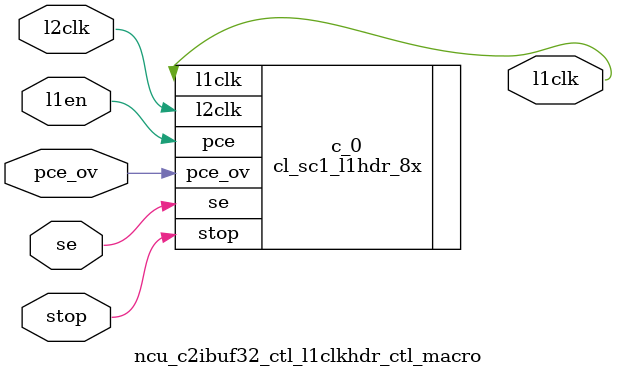
<source format=v>
module ncu_c2ibuf32_ctl (
  iol2clk, 
  tcu_scan_en, 
  scan_in, 
  scan_out, 
  tcu_pce_ov, 
  tcu_clk_stop, 
  tcu_aclk, 
  tcu_bclk, 
  tcu_dbr_gateoff, 
  c2i_packet_vld, 
  ucb_sel, 
  ucb_buf_acpt, 
  c2i_packet, 
  iob_ucb_vld, 
  iob_ucb_data, 
  ucb_iob_stall) ;
wire dbl_buf_wr;
wire dbl_buf_full;
wire dbl_buf_rd;
wire dbl_buf_vld;
wire outdata_buf_busy;
wire outdata_buf_wr;
wire wr_buf0;
wire buf1_vld;
wire buf0_vld;
wire buf1_older;
wire wr_buf1;
wire rd_buf0;
wire rd_buf1;
wire rd_buf;
wire buf1_older_n;
wire buf1_older_ff_scanin;
wire buf1_older_ff_scanout;
wire l1clk;
wire en_vld0;
wire en_vld1;
wire buf0_vld_ff_scanin;
wire buf0_vld_ff_scanout;
wire buf1_vld_ff_scanin;
wire buf1_vld_ff_scanout;
wire buf0_obj_p_ff_scanin;
wire buf0_obj_p_ff_scanout;
wire [63:0] buf0_obj_p;
wire buf0_obj_h_ff_scanin;
wire buf0_obj_h_ff_scanout;
wire [54:0] buf0_obj_h;
wire buf1_obj_p_ff_scanin;
wire buf1_obj_p_ff_scanout;
wire [63:0] buf1_obj_p;
wire buf1_obj_h_ff_scanin;
wire buf1_obj_h_ff_scanout;
wire [54:0] buf1_obj_h;
wire [127:0] outdata_buf_in;
wire [3:0] outdata_vec;
wire [127:0] outdata_buf;
wire rdy0_ff_scanin;
wire rdy0_ff_scanout;
wire rdy0;
wire rdy1_ff_scanin;
wire rdy1_ff_scanout;
wire rdy1;
wire stall_d1_ff_scanin;
wire stall_d1_ff_scanout;
wire stall_d1;
wire load_outdata;
wire shift_outdata;
wire [3:0] outdata_vec_next;
wire outdata_vec_ff_scanin;
wire outdata_vec_ff_scanout;
wire [127:0] outdata_buf_next;
wire outdata_buf_ff_scanin;
wire outdata_buf_ff_scanout;
wire siclk;
wire soclk;
wire se;
wire pce_ov;
wire stop;




////////////////////////////////////////////////////////////////////////
// Signal declarations
////////////////////////////////////////////////////////////////////////
// Global interface
input		iol2clk;

input		tcu_scan_en;
input		scan_in;
output		scan_out;
input		tcu_pce_ov;
input		tcu_clk_stop;
input		tcu_aclk;
input		tcu_bclk;
input		tcu_dbr_gateoff;


// slow control interface
input		c2i_packet_vld;
input		ucb_sel;
output		ucb_buf_acpt;


// slow datapath interface
input [127:0]	c2i_packet;


// UCB interface
output		iob_ucb_vld;
output [31:0]	iob_ucb_data;
input		ucb_iob_stall;


// Internal signals



////////////////////////////////////////////////////////////////////////
// Code starts here
////////////////////////////////////////////////////////////////////////

assign	dbl_buf_wr = c2i_packet_vld & ucb_sel & ~dbl_buf_full;
assign	ucb_buf_acpt = dbl_buf_wr;
assign	dbl_buf_rd = dbl_buf_vld & ~outdata_buf_busy;
assign	outdata_buf_wr = dbl_buf_rd;
//assign	outdata_vec_in = {128/UCB_BUS_WIDTH{1'b1}};

/******************************************************************
//dbl_buf #(128) dbl_buf (
//		    .clk(l2clk),
//		    .wr(dbl_buf_wr),
//		    .din(c2i_packet[127:0]),
//		    .rd(dbl_buf_rd),
//		    .dout(outdata_buf_in[127:0]),
//		    .vld(dbl_buf_vld),
//		    .full(dbl_buf_full));
******************************************************************/
assign	wr_buf0 = dbl_buf_wr & (buf1_vld | (~buf0_vld & ~buf1_older));
assign	wr_buf1 = dbl_buf_wr & (buf0_vld | (~buf1_vld & buf1_older));

// read from the older entry
assign	rd_buf0 = dbl_buf_rd & ~buf1_older;
assign	rd_buf1 = dbl_buf_rd &  buf1_older;

// flip older pointer when an entry is read
assign	rd_buf = dbl_buf_rd & (buf0_vld | buf1_vld);
assign	buf1_older_n = ~buf1_older;
ncu_c2ibuf32_ctl_msff_ctl_macro__en_1__width_1 buf1_older_ff  
				(
				.scan_in(buf1_older_ff_scanin),
				.scan_out(buf1_older_ff_scanout),
				.dout		(buf1_older),
				.l1clk		(l1clk),
				.en		(rd_buf),
				.din		(buf1_older_n),
  .siclk(siclk),
  .soclk(soclk)
				);

// set valid bit for writes and reset for reads
assign	en_vld0 = wr_buf0 | rd_buf0;
assign	en_vld1 = wr_buf1 | rd_buf1;

// the actual buffers
ncu_c2ibuf32_ctl_msff_ctl_macro__en_1__width_1 buf0_vld_ff  
				(
				.scan_in(buf0_vld_ff_scanin),
				.scan_out(buf0_vld_ff_scanout),
				.dout		(buf0_vld),
				.l1clk		(l1clk),
				.en		(en_vld0),
				.din		(wr_buf0),
  .siclk(siclk),
  .soclk(soclk)
				);

ncu_c2ibuf32_ctl_msff_ctl_macro__en_1__width_1 buf1_vld_ff  
				(
				.scan_in(buf1_vld_ff_scanin),
				.scan_out(buf1_vld_ff_scanout),
				.dout		(buf1_vld),
				.l1clk		(l1clk),
				.en		(en_vld1),
				.din		(wr_buf1),
  .siclk(siclk),
  .soclk(soclk)
				);

ncu_c2ibuf32_ctl_msff_ctl_macro__en_1__width_64 buf0_obj_p_ff  
				(
				.scan_in(buf0_obj_p_ff_scanin),
				.scan_out(buf0_obj_p_ff_scanout),
				.dout		(buf0_obj_p[63:0]),
				.l1clk		(l1clk),
				.en		(wr_buf0),
				.din		(c2i_packet[127:64]),
  .siclk(siclk),
  .soclk(soclk)
				);
ncu_c2ibuf32_ctl_msff_ctl_macro__en_1__width_55 buf0_obj_h_ff  
				(
				.scan_in(buf0_obj_h_ff_scanin),
				.scan_out(buf0_obj_h_ff_scanout),
				.dout		(buf0_obj_h[54:0]),
				.l1clk		(l1clk),
				.en		(wr_buf0),
				.din		(c2i_packet[54:0]),
  .siclk(siclk),
  .soclk(soclk)
				);

ncu_c2ibuf32_ctl_msff_ctl_macro__en_1__width_64 buf1_obj_p_ff  
				(
				.scan_in(buf1_obj_p_ff_scanin),
				.scan_out(buf1_obj_p_ff_scanout),
				.dout		(buf1_obj_p[63:0]),
				.l1clk		(l1clk),
				.en		(wr_buf1),
				.din		(c2i_packet[127:64]),
  .siclk(siclk),
  .soclk(soclk)
				);
ncu_c2ibuf32_ctl_msff_ctl_macro__en_1__width_55 buf1_obj_h_ff  
				(
				.scan_in(buf1_obj_h_ff_scanin),
				.scan_out(buf1_obj_h_ff_scanout),
				.dout		(buf1_obj_h[54:0]),
				.l1clk		(l1clk),
				.en		(wr_buf1),
				.din		(c2i_packet[54:0]),
  .siclk(siclk),
  .soclk(soclk)
				);

// mux out the older entry
//assign	outdata_buf_in[127:0] = (buf1_older) ? buf1_obj[127:0] : buf0_obj[127:0] ;
assign	outdata_buf_in[127:0] = (buf1_older) ? {buf1_obj_p[63:0],9'b0,buf1_obj_h[54:0]} : 
					       {buf0_obj_p[63:0],9'b0,buf0_obj_h[54:0]} ;

assign	dbl_buf_vld = buf0_vld | buf1_vld;
assign	dbl_buf_full = buf0_vld & buf1_vld;






/*******************************************************************   
//ucb_bus_out #(UCB_BUS_WIDTH) ucb_bus_out ( 
//                                .clk(l2clk),
//                                .outdata_buf_wr(outdata_buf_wr),
//                                .outdata_buf_in(outdata_buf_in[127:0]),
//                                .outdata_vec_in(outdata_vec_in[128/UCB_BUS_WIDTH-1:0]),
//                                .outdata_buf_busy(outdata_buf_busy),
//                                .vld(iob_ucb_vld),
//                                .data(iob_ucb_data[UCB_BUS_WIDTH-1:0]),
//                                .stall(ucb_iob_stall));
*******************************************************************/

assign	iob_ucb_vld = outdata_vec[0] & tcu_dbr_gateoff;
assign	iob_ucb_data[31:0] = outdata_buf[31:0];

ncu_c2ibuf32_ctl_msff_ctl_macro__width_1 rdy0_ff 
				(
				.scan_in(rdy0_ff_scanin),
				.scan_out(rdy0_ff_scanout),
				.dout		(rdy0),
				.l1clk		(l1clk),
				.din		(1'b1),
  .siclk(siclk),
  .soclk(soclk)
				);

ncu_c2ibuf32_ctl_msff_ctl_macro__width_1 rdy1_ff 
				(
				.scan_in(rdy1_ff_scanin),
				.scan_out(rdy1_ff_scanout),
				.dout		(rdy1),
				.l1clk		(l1clk),
				.din		(rdy0),
  .siclk(siclk),
  .soclk(soclk)
				);

ncu_c2ibuf32_ctl_msff_ctl_macro__en_1__width_1 stall_d1_ff  
				(
				.scan_in(stall_d1_ff_scanin),
				.scan_out(stall_d1_ff_scanout),
				.dout		(stall_d1),
				.l1clk		(l1clk),
				.en		(rdy1),
				.din		(ucb_iob_stall),
  .siclk(siclk),
  .soclk(soclk)
				);


/************************************************************
 * Outbound Data
 ************************************************************/
// accept new data only if there is none being processed
assign	load_outdata = outdata_buf_wr & ~outdata_buf_busy;

assign  outdata_buf_busy = outdata_vec[0] | stall_d1;

assign  shift_outdata = outdata_vec[0] & ~stall_d1;

assign  outdata_vec_next[3:0] =
			//load_outdata  ? outdata_vec_in[3:0] : 
			load_outdata  ? 4'b1111 :
			//shift_outdata ? outdata_vec[128/UCB_BUS_WIDTH-1:0] >> 1 : 
			shift_outdata ? {1'b0,outdata_vec[3:1]} : outdata_vec[3:0] ;

ncu_c2ibuf32_ctl_msff_ctl_macro__width_4 outdata_vec_ff 
				(
				.scan_in(outdata_vec_ff_scanin),
				.scan_out(outdata_vec_ff_scanout),
				.dout		(outdata_vec[3:0]),
				.l1clk		(l1clk),
				.din		(outdata_vec_next[3:0]),
  .siclk(siclk),
  .soclk(soclk)
				);

assign  outdata_buf_next[127:0] = load_outdata  ? outdata_buf_in[127:0] :
	 		          shift_outdata ? (outdata_buf[127:0] >> 32) :  
	                         		     outdata_buf[127:0] ;

ncu_c2ibuf32_ctl_msff_ctl_macro__width_128 outdata_buf_ff 
				(
				.scan_in(outdata_buf_ff_scanin),
				.scan_out(outdata_buf_ff_scanout),
				.dout		(outdata_buf[127:0]),
				.l1clk		(l1clk),
				.din		(outdata_buf_next[127:0]),
  .siclk(siclk),
  .soclk(soclk)
				);

	



/**** adding clock header ****/
ncu_c2ibuf32_ctl_l1clkhdr_ctl_macro clkgen (
				.l2clk	(iol2clk),
				.l1en	(1'b1),
				.l1clk	(l1clk),
  .pce_ov(pce_ov),
  .stop(stop),
  .se(se)
				);

/*** building tcu port ***/
assign	siclk = tcu_aclk;
assign	soclk = tcu_bclk;
assign	   se = tcu_scan_en;
assign	pce_ov = tcu_pce_ov;
assign	stop = tcu_clk_stop;

// fixscan start:
assign buf1_older_ff_scanin      = scan_in                  ;
assign buf0_vld_ff_scanin        = buf1_older_ff_scanout    ;
assign buf1_vld_ff_scanin        = buf0_vld_ff_scanout      ;
assign buf0_obj_p_ff_scanin      = buf1_vld_ff_scanout      ;
assign buf0_obj_h_ff_scanin      = buf0_obj_p_ff_scanout    ;
assign buf1_obj_p_ff_scanin      = buf0_obj_h_ff_scanout    ;
assign buf1_obj_h_ff_scanin      = buf1_obj_p_ff_scanout    ;
assign rdy0_ff_scanin            = buf1_obj_h_ff_scanout    ;
assign rdy1_ff_scanin            = rdy0_ff_scanout          ;
assign stall_d1_ff_scanin        = rdy1_ff_scanout          ;
assign outdata_vec_ff_scanin     = stall_d1_ff_scanout      ;
assign outdata_buf_ff_scanin     = outdata_vec_ff_scanout   ;
assign scan_out                  = outdata_buf_ff_scanout   ;
// fixscan end:
endmodule // c2i_buf







// any PARAMS parms go into naming of macro

module ncu_c2ibuf32_ctl_msff_ctl_macro__en_1__width_1 (
  din, 
  en, 
  l1clk, 
  scan_in, 
  siclk, 
  soclk, 
  dout, 
  scan_out);
wire [0:0] fdin;

  input [0:0] din;
  input en;
  input l1clk;
  input scan_in;


  input siclk;
  input soclk;

  output [0:0] dout;
  output scan_out;
assign fdin[0:0] = (din[0:0] & {1{en}}) | (dout[0:0] & ~{1{en}});






dff #(1)  d0_0 (
.l1clk(l1clk),
.siclk(siclk),
.soclk(soclk),
.d(fdin[0:0]),
.si(scan_in),
.so(scan_out),
.q(dout[0:0])
);












endmodule













// any PARAMS parms go into naming of macro

module ncu_c2ibuf32_ctl_msff_ctl_macro__en_1__width_64 (
  din, 
  en, 
  l1clk, 
  scan_in, 
  siclk, 
  soclk, 
  dout, 
  scan_out);
wire [63:0] fdin;
wire [62:0] so;

  input [63:0] din;
  input en;
  input l1clk;
  input scan_in;


  input siclk;
  input soclk;

  output [63:0] dout;
  output scan_out;
assign fdin[63:0] = (din[63:0] & {64{en}}) | (dout[63:0] & ~{64{en}});






dff #(64)  d0_0 (
.l1clk(l1clk),
.siclk(siclk),
.soclk(soclk),
.d(fdin[63:0]),
.si({scan_in,so[62:0]}),
.so({so[62:0],scan_out}),
.q(dout[63:0])
);












endmodule













// any PARAMS parms go into naming of macro

module ncu_c2ibuf32_ctl_msff_ctl_macro__en_1__width_55 (
  din, 
  en, 
  l1clk, 
  scan_in, 
  siclk, 
  soclk, 
  dout, 
  scan_out);
wire [54:0] fdin;
wire [53:0] so;

  input [54:0] din;
  input en;
  input l1clk;
  input scan_in;


  input siclk;
  input soclk;

  output [54:0] dout;
  output scan_out;
assign fdin[54:0] = (din[54:0] & {55{en}}) | (dout[54:0] & ~{55{en}});






dff #(55)  d0_0 (
.l1clk(l1clk),
.siclk(siclk),
.soclk(soclk),
.d(fdin[54:0]),
.si({scan_in,so[53:0]}),
.so({so[53:0],scan_out}),
.q(dout[54:0])
);












endmodule













// any PARAMS parms go into naming of macro

module ncu_c2ibuf32_ctl_msff_ctl_macro__width_1 (
  din, 
  l1clk, 
  scan_in, 
  siclk, 
  soclk, 
  dout, 
  scan_out);
wire [0:0] fdin;

  input [0:0] din;
  input l1clk;
  input scan_in;


  input siclk;
  input soclk;

  output [0:0] dout;
  output scan_out;
assign fdin[0:0] = din[0:0];






dff #(1)  d0_0 (
.l1clk(l1clk),
.siclk(siclk),
.soclk(soclk),
.d(fdin[0:0]),
.si(scan_in),
.so(scan_out),
.q(dout[0:0])
);












endmodule













// any PARAMS parms go into naming of macro

module ncu_c2ibuf32_ctl_msff_ctl_macro__width_4 (
  din, 
  l1clk, 
  scan_in, 
  siclk, 
  soclk, 
  dout, 
  scan_out);
wire [3:0] fdin;
wire [2:0] so;

  input [3:0] din;
  input l1clk;
  input scan_in;


  input siclk;
  input soclk;

  output [3:0] dout;
  output scan_out;
assign fdin[3:0] = din[3:0];






dff #(4)  d0_0 (
.l1clk(l1clk),
.siclk(siclk),
.soclk(soclk),
.d(fdin[3:0]),
.si({scan_in,so[2:0]}),
.so({so[2:0],scan_out}),
.q(dout[3:0])
);












endmodule













// any PARAMS parms go into naming of macro

module ncu_c2ibuf32_ctl_msff_ctl_macro__width_128 (
  din, 
  l1clk, 
  scan_in, 
  siclk, 
  soclk, 
  dout, 
  scan_out);
wire [127:0] fdin;
wire [126:0] so;

  input [127:0] din;
  input l1clk;
  input scan_in;


  input siclk;
  input soclk;

  output [127:0] dout;
  output scan_out;
assign fdin[127:0] = din[127:0];






dff #(128)  d0_0 (
.l1clk(l1clk),
.siclk(siclk),
.soclk(soclk),
.d(fdin[127:0]),
.si({scan_in,so[126:0]}),
.so({so[126:0],scan_out}),
.q(dout[127:0])
);












endmodule













// any PARAMS parms go into naming of macro

module ncu_c2ibuf32_ctl_l1clkhdr_ctl_macro (
  l2clk, 
  l1en, 
  pce_ov, 
  stop, 
  se, 
  l1clk);


  input l2clk;
  input l1en;
  input pce_ov;
  input stop;
  input se;
  output l1clk;



 

cl_sc1_l1hdr_8x c_0 (


   .l2clk(l2clk),
   .pce(l1en),
   .l1clk(l1clk),
  .se(se),
  .pce_ov(pce_ov),
  .stop(stop)
);



endmodule









</source>
